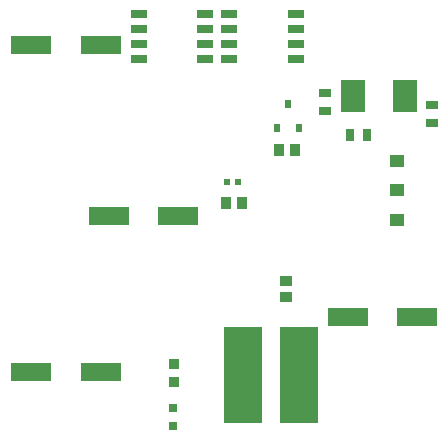
<source format=gtp>
G04*
G04 #@! TF.GenerationSoftware,Altium Limited,Altium Designer,22.9.1 (49)*
G04*
G04 Layer_Color=8421504*
%FSLAX44Y44*%
%MOMM*%
G71*
G04*
G04 #@! TF.SameCoordinates,C8543A43-BB23-4CB5-9DBE-1C6E9BA76EC2*
G04*
G04*
G04 #@! TF.FilePolarity,Positive*
G04*
G01*
G75*
%ADD17R,3.4500X1.5500*%
%ADD18R,0.6000X0.7000*%
%ADD19R,2.1590X2.7430*%
%ADD20R,1.4500X0.7000*%
%ADD21R,1.0000X0.9000*%
%ADD22R,1.0000X0.8000*%
%ADD23R,0.9000X1.0000*%
%ADD24R,3.3000X8.2000*%
%ADD25R,0.8000X1.0000*%
%ADD26R,1.2000X1.0000*%
%ADD27R,0.8000X0.8000*%
%ADD28R,0.8500X0.8500*%
%ADD29R,0.9000X1.0500*%
%ADD30R,0.6000X0.5500*%
D17*
X358000Y101250D02*
D03*
X299000D02*
D03*
X90000Y331000D02*
D03*
X31000D02*
D03*
Y54750D02*
D03*
X90000D02*
D03*
X96750Y186750D02*
D03*
X155750D02*
D03*
D18*
X248750Y281500D02*
D03*
X258250Y261500D02*
D03*
X239250D02*
D03*
D19*
X347700Y288500D02*
D03*
X303500D02*
D03*
D20*
X178250Y357300D02*
D03*
Y344600D02*
D03*
Y331900D02*
D03*
Y319200D02*
D03*
X122250D02*
D03*
Y331900D02*
D03*
Y344600D02*
D03*
Y357300D02*
D03*
X199000Y319200D02*
D03*
Y331900D02*
D03*
Y344600D02*
D03*
Y357300D02*
D03*
X255000D02*
D03*
Y344600D02*
D03*
Y331900D02*
D03*
Y319200D02*
D03*
D21*
X246750Y131500D02*
D03*
Y118000D02*
D03*
D22*
X370500Y265750D02*
D03*
Y280750D02*
D03*
X279500Y290750D02*
D03*
Y275750D02*
D03*
D23*
X240750Y242250D02*
D03*
X254250D02*
D03*
D24*
X257500Y52000D02*
D03*
X210500D02*
D03*
D25*
X300750Y255500D02*
D03*
X315750D02*
D03*
D26*
X340500Y233250D02*
D03*
Y208250D02*
D03*
Y183250D02*
D03*
D27*
X151500Y24000D02*
D03*
Y9000D02*
D03*
D28*
X151750Y61250D02*
D03*
Y45750D02*
D03*
D29*
X210000Y197250D02*
D03*
X196000D02*
D03*
D30*
X197250Y215500D02*
D03*
X206250D02*
D03*
M02*

</source>
